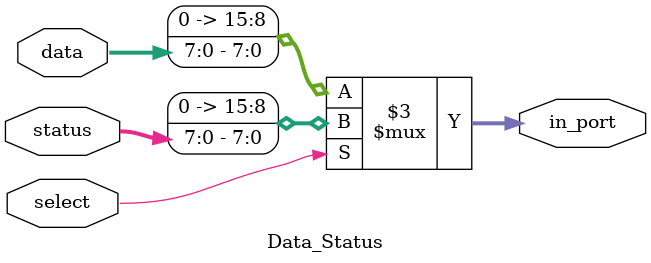
<source format=v>
`timescale 1ns / 1ps
/***************************************************************************
 * File Name: Data_Status.v
 * Project: UART
 * Designer: Marc Dominic Cabote
 * Email: marcdominic011@gmail.com
 * Rev. Date: 5 May, 2018
 * 
 * Purpose:Selects what data goes to the tramelBlaze
 *
 * Notes:	-	This module has a synchronous reset input.
 *         
 ***************************************************************************/
module Data_Status(input select, 
						 input [7:0] data, status,
						 output reg [15:0] in_port);
						 
	always @ (*) begin
		if (select)
			in_port = {8'b0, status};
		else
			in_port = {8'b0, data};
	end
						 
endmodule

</source>
